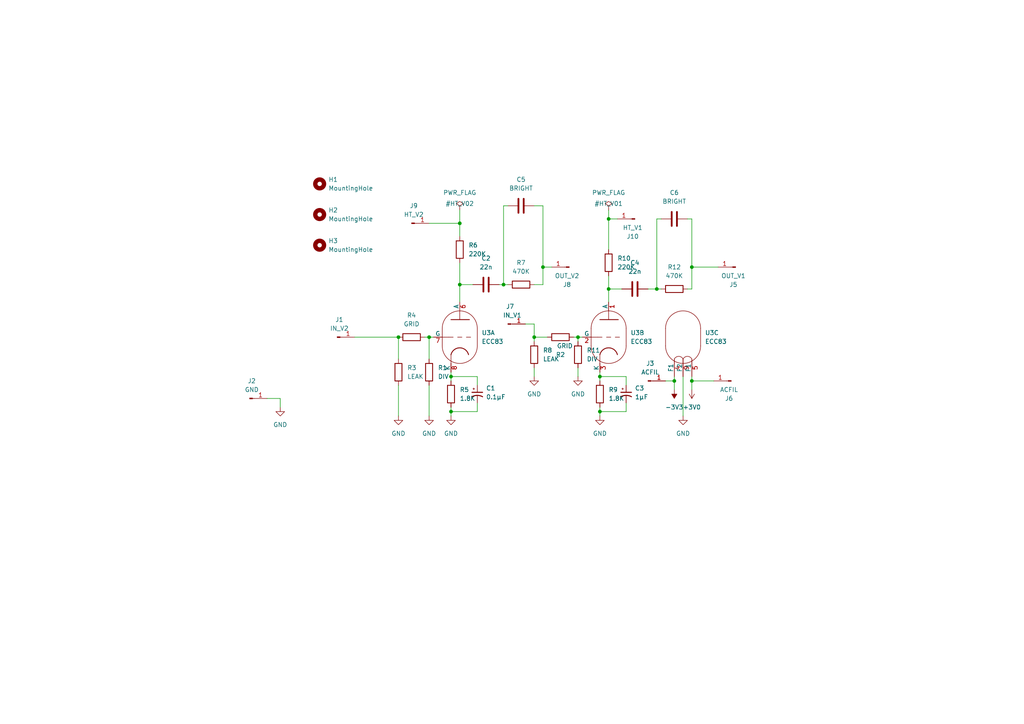
<source format=kicad_sch>
(kicad_sch (version 20211123) (generator eeschema)
  (paper "A4")
  (lib_symbols
    (symbol "Connector:Conn_01x01_Male" (pin_names (offset 1.016) hide)
      (property "Reference" "J" (at 0 2.54 0))
      (property "Value" "Conn_01x01_Male" (at 0 -2.54 0))
      (symbol "Conn_01x01_Male_1_1"
        (polyline (pts (xy 1.27 0) (xy 0.8636 0)) (stroke (width 0.1524)))
        (rectangle (start 0.8636 0.127) (end 0 -0.127) (stroke (width 0.1524)) (fill (type outline)))
        (pin passive line (at 5.08 0 180) (length 3.81) (name "Pin_1") (number "1"))
      )
    )
    (symbol "Device:C" (pin_numbers hide) (pin_names (offset 0.254))
      (property "Reference" "C" (at 0.635 2.54 0))
      (property "Value" "C" (at 0.635 -2.54 0))
      (symbol "C_0_1"
        (polyline (pts (xy -2.032 -0.762) (xy 2.032 -0.762)) (stroke (width 0.508)))
        (polyline (pts (xy -2.032 0.762) (xy 2.032 0.762)) (stroke (width 0.508)))
      )
      (symbol "C_1_1"
        (pin passive line (at 0 3.81 270) (length 2.794) (name "~") (number "1"))
        (pin passive line (at 0 -3.81 90) (length 2.794) (name "~") (number "2"))
      )
    )
    (symbol "Device:C_Polarized_Small_US" (pin_numbers hide) (pin_names (offset 0.254) hide)
      (property "Reference" "C" (at 0.254 1.778 0))
      (property "Value" "C_Polarized_Small_US" (at 0.254 -2.032 0))
      (symbol "C_Polarized_Small_US_0_1"
        (polyline (pts (xy -1.524 0.508) (xy 1.524 0.508)) (stroke (width 0.3048)))
        (polyline (pts (xy -1.27 1.524) (xy -0.762 1.524)))
        (polyline (pts (xy -1.016 1.27) (xy -1.016 1.778)))
        (arc (start 1.524 -0.762) (mid 0 -0.3734) (end -1.524 -0.762) (stroke (width 0.3048)))
      )
      (symbol "C_Polarized_Small_US_1_1"
        (pin passive line (at 0 2.54 270) (length 2.032) (name "~") (number "1"))
        (pin passive line (at 0 -2.54 90) (length 2.032) (name "~") (number "2"))
      )
    )
    (symbol "Device:R" (pin_numbers hide) (pin_names (offset 0))
      (property "Reference" "R" (at 2.032 0 90))
      (property "Value" "R" (at 0 0 90))
      (symbol "R_0_1"
        (rectangle (start -1.016 -2.54) (end 1.016 2.54) (stroke (width 0.254)))
      )
      (symbol "R_1_1"
        (pin passive line (at 0 3.81 270) (length 1.27) (name "~") (number "1"))
        (pin passive line (at 0 -3.81 90) (length 1.27) (name "~") (number "2"))
      )
    )
    (symbol "Mechanical:MountingHole" (pin_names (offset 1.016))
      (property "Reference" "H" (at 0 5.08 0))
      (property "Value" "MountingHole" (at 0 3.175 0))
      (symbol "MountingHole_0_1"
        (circle (center 0 0) (radius 1.27) (stroke (width 1.27)))
      )
    )
    (symbol "Valve:ECC83" (pin_names (offset 0))
      (property "Reference" "U" (at 3.302 7.874 0))
      (property "Value" "ECC83" (at 8.89 -7.62 0))
      (symbol "ECC83_0_1"
        (arc (start -5.08 -2.54) (mid 0 -7.62) (end 5.08 -2.54))
        (polyline (pts (xy 5.08 2.54) (xy 5.08 -2.54)))
        (polyline (pts (xy -5.08 2.54) (xy -5.08 -2.54) (xy -5.08 -2.54)))
        (arc (start 5.08 2.54) (mid 0 7.62) (end -5.08 2.54))
      )
      (symbol "ECC83_1_0"
        (polyline (pts (xy -2.54 -5.08) (xy -2.54 -7.62)))
        (polyline (pts (xy 0 5.08) (xy 0 7.62)))
      )
      (symbol "ECC83_1_1"
        (polyline (pts (xy -5.08 0) (xy -3.175 0)))
        (polyline (pts (xy -1.905 0) (xy -3.175 0)) (stroke (width 0.1524)))
        (polyline (pts (xy -0.635 0) (xy 0.635 0)) (stroke (width 0.1524)))
        (polyline (pts (xy 1.905 0) (xy 3.175 0)) (stroke (width 0.1524)))
        (polyline (pts (xy -2.54 5.08) (xy 2.794 5.08) (xy 2.794 5.08)) (stroke (width 0.254)))
        (arc (start 2.54 -5.08) (mid 0 -3.0968) (end -2.54 -5.08) (stroke (width 0.254)))
        (pin output line (at 0 10.16 270) (length 2.54) (name "A") (number "6"))
        (pin input line (at -7.62 0 0) (length 2.54) (name "G") (number "7"))
        (pin bidirectional line (at -2.54 -10.16 90) (length 2.54) (name "K") (number "8"))
      )
      (symbol "ECC83_2_0"
        (polyline (pts (xy -2.54 -5.08) (xy -2.54 -7.62)))
        (polyline (pts (xy 0 5.08) (xy 0 7.62)))
      )
      (symbol "ECC83_2_1"
        (polyline (pts (xy -5.08 0) (xy -3.175 0)))
        (polyline (pts (xy -1.905 0) (xy -3.175 0)) (stroke (width 0.1524)))
        (polyline (pts (xy -0.635 0) (xy 0.635 0)) (stroke (width 0.1524)))
        (polyline (pts (xy 1.905 0) (xy 3.175 0)) (stroke (width 0.1524)))
        (polyline (pts (xy -2.54 5.08) (xy 2.794 5.08) (xy 2.794 5.08)) (stroke (width 0.254)))
        (arc (start 2.54 -5.08) (mid 0 -3.0968) (end -2.54 -5.08) (stroke (width 0.254)))
        (pin output line (at 0 10.16 270) (length 2.54) (name "A") (number "1"))
        (pin input line (at -7.62 0 0) (length 2.54) (name "G") (number "2"))
        (pin bidirectional line (at -2.54 -10.16 90) (length 2.54) (name "K") (number "3"))
      )
      (symbol "ECC83_3_1"
        (arc (start 0 -6.35) (mid -1.27 -5.5651) (end -2.54 -6.35))
        (arc (start 2.54 -6.35) (mid 1.27 -5.5651) (end 0 -6.35))
        (pin power_in line (at -2.54 -11.43 90) (length 5.08) (name "F1") (number "4"))
        (pin power_in line (at 2.54 -11.43 90) (length 5.08) (name "F1") (number "5"))
        (pin power_in line (at 0 -11.43 90) (length 5.08) (name "F2") (number "9"))
      )
    )
    (symbol "power:+3V0" (power) (pin_names (offset 0))
      (property "Value" "+3V0" (at 0 3.556 0))
      (symbol "+3V0_0_1"
        (polyline (pts (xy -0.762 1.27) (xy 0 2.54)))
        (polyline (pts (xy 0 0) (xy 0 2.54)))
        (polyline (pts (xy 0 2.54) (xy 0.762 1.27)))
      )
      (symbol "+3V0_1_1"
        (pin power_in line (at 0 0 90) (length 0) hide (name "+3V0") (number "1"))
      )
    )
    (symbol "power:-3V3" (power) (pin_names (offset 0))
      (property "Value" "-3V3" (at 0 3.81 0))
      (symbol "-3V3_0_0"
        (pin power_in line (at 0 0 90) (length 0) hide (name "-3V3") (number "1"))
      )
      (symbol "-3V3_0_1"
        (polyline (pts (xy 0 0) (xy 0 1.27) (xy 0.762 1.27) (xy 0 2.54) (xy -0.762 1.27) (xy 0 1.27)) (fill (type outline)))
      )
    )
    (symbol "power:GND" (power) (pin_names (offset 0))
      (property "Value" "GND" (at 0 -3.81 0))
      (symbol "GND_0_1"
        (polyline (pts (xy 0 0) (xy 0 -1.27) (xy 1.27 -1.27) (xy 0 -2.54) (xy -1.27 -1.27) (xy 0 -1.27)))
      )
      (symbol "GND_1_1"
        (pin power_in line (at 0 0 270) (length 0) hide (name "GND") (number "1"))
      )
    )
    (symbol "power:PWR_FLAG" (power) (pin_numbers hide) (pin_names (offset 0) hide)
      (property "Value" "PWR_FLAG" (at 0 3.81 0))
      (symbol "PWR_FLAG_0_0"
        (pin power_out line (at 0 0 90) (length 0) (name "pwr") (number "1"))
      )
      (symbol "PWR_FLAG_0_1"
        (polyline (pts (xy 0 0) (xy 0 1.27) (xy -1.016 1.905) (xy 0 2.54) (xy 1.016 1.905) (xy 0 1.27)))
      )
    )
  )
  (junction (at 176.53 63.5))
  (junction (at 200.66 110.49))
  (junction (at 157.48 77.47))
  (junction (at 130.81 109.22))
  (junction (at 133.35 82.55))
  (junction (at 190.5 83.82))
  (junction (at 133.35 64.77))
  (junction (at 200.66 77.47))
  (junction (at 173.99 109.22))
  (junction (at 176.53 83.82))
  (junction (at 195.58 110.49))
  (junction (at 173.99 119.38))
  (junction (at 154.94 97.79))
  (junction (at 167.64 97.79))
  (junction (at 115.57 97.79))
  (junction (at 130.81 119.38))
  (junction (at 124.46 97.79))
  (junction (at 146.05 82.55))
  (wire (pts (xy 190.5 63.5) (xy 190.5 83.82)))
  (wire (pts (xy 130.81 118.11) (xy 130.81 119.38)))
  (wire (pts (xy 144.78 82.55) (xy 146.05 82.55)))
  (wire (pts (xy 200.66 77.47) (xy 208.28 77.47)))
  (wire (pts (xy 200.66 110.49) (xy 207.01 110.49)))
  (wire (pts (xy 124.46 97.79) (xy 125.73 97.79)))
  (wire (pts (xy 176.53 63.5) (xy 176.53 72.39)))
  (wire (pts (xy 154.94 106.68) (xy 154.94 109.22)))
  (wire (pts (xy 123.19 97.79) (xy 124.46 97.79)))
  (wire (pts (xy 124.46 111.76) (xy 124.46 120.65)))
  (wire (pts (xy 181.61 111.76) (xy 181.61 109.22)))
  (wire (pts (xy 77.47 115.57) (xy 81.28 115.57)))
  (wire (pts (xy 200.66 77.47) (xy 200.66 83.82)))
  (wire (pts (xy 124.46 64.77) (xy 133.35 64.77)))
  (wire (pts (xy 157.48 59.69) (xy 157.48 77.47)))
  (wire (pts (xy 166.37 97.79) (xy 167.64 97.79)))
  (wire (pts (xy 195.58 109.22) (xy 195.58 110.49)))
  (wire (pts (xy 115.57 111.76) (xy 115.57 120.65)))
  (wire (pts (xy 198.12 109.22) (xy 198.12 120.65)))
  (wire (pts (xy 154.94 93.98) (xy 154.94 97.79)))
  (wire (pts (xy 181.61 116.84) (xy 181.61 119.38)))
  (wire (pts (xy 173.99 119.38) (xy 173.99 120.65)))
  (wire (pts (xy 193.04 110.49) (xy 195.58 110.49)))
  (wire (pts (xy 130.81 107.95) (xy 130.81 109.22)))
  (wire (pts (xy 167.64 97.79) (xy 168.91 97.79)))
  (wire (pts (xy 130.81 119.38) (xy 130.81 120.65)))
  (wire (pts (xy 191.77 63.5) (xy 190.5 63.5)))
  (wire (pts (xy 176.53 60.96) (xy 176.53 63.5)))
  (wire (pts (xy 200.66 63.5) (xy 200.66 77.47)))
  (wire (pts (xy 138.43 111.76) (xy 138.43 109.22)))
  (wire (pts (xy 157.48 82.55) (xy 154.94 82.55)))
  (wire (pts (xy 130.81 109.22) (xy 138.43 109.22)))
  (wire (pts (xy 154.94 97.79) (xy 154.94 99.06)))
  (wire (pts (xy 138.43 119.38) (xy 130.81 119.38)))
  (wire (pts (xy 146.05 59.69) (xy 146.05 82.55)))
  (wire (pts (xy 130.81 109.22) (xy 130.81 110.49)))
  (wire (pts (xy 173.99 109.22) (xy 173.99 110.49)))
  (wire (pts (xy 176.53 83.82) (xy 176.53 87.63)))
  (wire (pts (xy 199.39 63.5) (xy 200.66 63.5)))
  (wire (pts (xy 133.35 60.96) (xy 133.35 64.77)))
  (wire (pts (xy 133.35 82.55) (xy 133.35 87.63)))
  (wire (pts (xy 167.64 97.79) (xy 167.64 99.06)))
  (wire (pts (xy 115.57 97.79) (xy 115.57 104.14)))
  (wire (pts (xy 154.94 59.69) (xy 157.48 59.69)))
  (wire (pts (xy 181.61 119.38) (xy 173.99 119.38)))
  (wire (pts (xy 176.53 63.5) (xy 179.07 63.5)))
  (wire (pts (xy 190.5 83.82) (xy 191.77 83.82)))
  (wire (pts (xy 147.32 59.69) (xy 146.05 59.69)))
  (wire (pts (xy 146.05 82.55) (xy 147.32 82.55)))
  (wire (pts (xy 173.99 118.11) (xy 173.99 119.38)))
  (wire (pts (xy 173.99 109.22) (xy 181.61 109.22)))
  (wire (pts (xy 173.99 107.95) (xy 173.99 109.22)))
  (wire (pts (xy 157.48 77.47) (xy 157.48 82.55)))
  (wire (pts (xy 102.87 97.79) (xy 115.57 97.79)))
  (wire (pts (xy 200.66 109.22) (xy 200.66 110.49)))
  (wire (pts (xy 133.35 64.77) (xy 133.35 68.58)))
  (wire (pts (xy 176.53 80.01) (xy 176.53 83.82)))
  (wire (pts (xy 154.94 97.79) (xy 158.75 97.79)))
  (wire (pts (xy 81.28 115.57) (xy 81.28 118.11)))
  (wire (pts (xy 133.35 82.55) (xy 137.16 82.55)))
  (wire (pts (xy 187.96 83.82) (xy 190.5 83.82)))
  (wire (pts (xy 176.53 83.82) (xy 180.34 83.82)))
  (wire (pts (xy 199.39 83.82) (xy 200.66 83.82)))
  (wire (pts (xy 138.43 116.84) (xy 138.43 119.38)))
  (wire (pts (xy 152.4 93.98) (xy 154.94 93.98)))
  (wire (pts (xy 133.35 76.2) (xy 133.35 82.55)))
  (wire (pts (xy 195.58 110.49) (xy 195.58 113.03)))
  (wire (pts (xy 200.66 110.49) (xy 200.66 113.03)))
  (wire (pts (xy 157.48 77.47) (xy 160.02 77.47)))
  (wire (pts (xy 124.46 97.79) (xy 124.46 104.14)))
  (wire (pts (xy 167.64 106.68) (xy 167.64 109.22)))
  (symbol (lib_id "Connector:Conn_01x01_Male") (at 184.15 63.5 180) (unit 1)
    (property "Reference" "J10" (at 183.515 68.58 0))
    (property "Value" "HT_V1" (at 183.515 66.04 0))
    (property "Footprint" "Connector_Wire:SolderWire-0.75sqmm_1x01_D1.25mm_OD3.5mm" (effects hide))
  )
  (symbol (lib_id "Device:C") (at 195.58 63.5 90) (unit 1)
    (property "Reference" "C6" (at 195.58 55.88 90))
    (property "Value" "BRIGHT" (at 195.58 58.42 90))
    (property "Footprint" "Capacitor_THT:C_Rect_L9.0mm_W4.2mm_P7.50mm_MKT" (effects hide))
  )
  (symbol (lib_id "power:GND") (at 167.64 109.22 0) (unit 1)
    (property "Reference" "#PWR0101" (effects hide))
    (property "Value" "GND" (at 167.64 114.3 0))
  )
  (symbol (lib_id "Device:R") (at 115.57 107.95 0) (unit 1)
    (property "Reference" "R3" (at 118.11 106.6799 0) (effects (justify left)))
    (property "Value" "LEAK" (at 118.11 109.2199 0) (effects (justify left)))
    (property "Footprint" "Resistor_THT:R_Axial_DIN0309_L9.0mm_D3.2mm_P15.24mm_Horizontal" (effects hide))
  )
  (symbol (lib_id "power:GND") (at 154.94 109.22 0) (unit 1)
    (property "Reference" "#PWR0111" (effects hide))
    (property "Value" "GND" (at 154.94 114.3 0))
  )
  (symbol (lib_id "Connector:Conn_01x01_Male") (at 187.96 110.49 0) (unit 1)
    (property "Reference" "J3" (at 188.595 105.41 0))
    (property "Value" "ACFIL" (at 188.595 107.95 0))
    (property "Footprint" "Connector_Wire:SolderWire-0.75sqmm_1x01_D1.25mm_OD3.5mm" (effects hide))
  )
  (symbol (lib_id "Mechanical:MountingHole") (at 92.71 53.34 0) (unit 1)
    (property "Reference" "H1" (at 95.25 52.0699 0) (effects (justify left)))
    (property "Value" "MountingHole" (at 95.25 54.6099 0) (effects (justify left)))
    (property "Footprint" "MountingHole:MountingHole_3.2mm_M3" (effects hide))
  )
  (symbol (lib_id "power:GND") (at 115.57 120.65 0) (unit 1)
    (property "Reference" "#PWR0107" (effects hide))
    (property "Value" "GND" (at 115.57 125.73 0))
  )
  (symbol (lib_id "power:GND") (at 81.28 118.11 0) (unit 1)
    (property "Reference" "#PWR0102" (effects hide))
    (property "Value" "GND" (at 81.28 123.19 0))
  )
  (symbol (lib_id "Device:C") (at 140.97 82.55 90) (unit 1)
    (property "Reference" "C2" (at 140.97 74.93 90))
    (property "Value" "22n" (at 140.97 77.47 90))
    (property "Footprint" "Capacitor_THT:C_Rect_L11.0mm_W4.2mm_P10.00mm_MKT" (effects hide))
  )
  (symbol (lib_id "Connector:Conn_01x01_Male") (at 147.32 93.98 0) (unit 1)
    (property "Reference" "J7" (at 147.955 88.9 0))
    (property "Value" "IN_V1" (at 148.59 91.44 0))
    (property "Footprint" "Connector_Wire:SolderWire-0.75sqmm_1x01_D1.25mm_OD3.5mm" (effects hide))
  )
  (symbol (lib_id "Device:R") (at 133.35 72.39 0) (unit 1)
    (property "Reference" "R6" (at 135.89 71.1199 0) (effects (justify left)))
    (property "Value" "220K" (at 135.89 73.6599 0) (effects (justify left)))
    (property "Footprint" "Resistor_THT:R_Axial_DIN0309_L9.0mm_D3.2mm_P20.32mm_Horizontal" (effects hide))
  )
  (symbol (lib_id "Mechanical:MountingHole") (at 92.71 62.23 0) (unit 1)
    (property "Reference" "H2" (at 95.25 60.9599 0) (effects (justify left)))
    (property "Value" "MountingHole" (at 95.25 63.4999 0) (effects (justify left)))
    (property "Footprint" "MountingHole:MountingHole_3.2mm_M3" (effects hide))
  )
  (symbol (lib_id "power:GND") (at 173.99 120.65 0) (unit 1)
    (property "Reference" "#PWR0112" (effects hide))
    (property "Value" "GND" (at 173.99 125.73 0))
  )
  (symbol (lib_id "Mechanical:MountingHole") (at 92.71 71.12 0) (unit 1)
    (property "Reference" "H3" (at 95.25 69.8499 0) (effects (justify left)))
    (property "Value" "MountingHole" (at 95.25 72.3899 0) (effects (justify left)))
    (property "Footprint" "MountingHole:MountingHole_3.2mm_M3" (effects hide))
  )
  (symbol (lib_id "Valve:ECC83") (at 176.53 97.79 0) (unit 2)
    (property "Reference" "U3" (at 182.88 96.5199 0) (effects (justify left)))
    (property "Value" "ECC83" (at 182.88 99.0599 0) (effects (justify left)))
    (property "Footprint" "Valve:Valve_ECC-83-2" (effects hide))
    (property "Datasheet" "http://www.r-type.org/pdfs/ecc83.pdf" (effects hide))
  )
  (symbol (lib_id "Device:R") (at 151.13 82.55 90) (unit 1)
    (property "Reference" "R7" (at 151.13 76.2 90))
    (property "Value" "470K" (at 151.13 78.74 90))
    (property "Footprint" "Resistor_THT:R_Axial_DIN0309_L9.0mm_D3.2mm_P15.24mm_Horizontal" (effects hide))
  )
  (symbol (lib_id "Valve:ECC83") (at 133.35 97.79 0) (unit 1)
    (property "Reference" "U3" (at 139.7 96.5199 0) (effects (justify left)))
    (property "Value" "ECC83" (at 139.7 99.0599 0) (effects (justify left)))
    (property "Footprint" "Valve:Valve_ECC-83-2" (effects hide))
    (property "Datasheet" "http://www.r-type.org/pdfs/ecc83.pdf" (effects hide))
  )
  (symbol (lib_id "Device:R") (at 195.58 83.82 90) (unit 1)
    (property "Reference" "R12" (at 195.58 77.47 90))
    (property "Value" "470K" (at 195.58 80.01 90))
    (property "Footprint" "Resistor_THT:R_Axial_DIN0309_L9.0mm_D3.2mm_P15.24mm_Horizontal" (effects hide))
  )
  (symbol (lib_id "Connector:Conn_01x01_Male") (at 165.1 77.47 180) (unit 1)
    (property "Reference" "J8" (at 164.465 82.55 0))
    (property "Value" "OUT_V2" (at 164.465 80.01 0))
    (property "Footprint" "Connector_Wire:SolderWire-0.75sqmm_1x01_D1.25mm_OD3.5mm" (effects hide))
  )
  (symbol (lib_id "Connector:Conn_01x01_Male") (at 212.09 110.49 180) (unit 1)
    (property "Reference" "J6" (at 211.455 115.57 0))
    (property "Value" "ACFIL" (at 211.455 113.03 0))
    (property "Footprint" "Connector_Wire:SolderWire-0.75sqmm_1x01_D1.25mm_OD3.5mm" (effects hide))
  )
  (symbol (lib_id "Device:R") (at 130.81 114.3 0) (unit 1)
    (property "Reference" "R5" (at 133.35 113.0299 0) (effects (justify left)))
    (property "Value" "1.8K" (at 133.35 115.5699 0) (effects (justify left)))
    (property "Footprint" "Resistor_THT:R_Axial_DIN0309_L9.0mm_D3.2mm_P15.24mm_Horizontal" (effects hide))
  )
  (symbol (lib_id "Device:R") (at 124.46 107.95 180) (unit 1)
    (property "Reference" "R1" (at 127 106.6799 0) (effects (justify right)))
    (property "Value" "DIV" (at 127 109.2199 0) (effects (justify right)))
    (property "Footprint" "Resistor_THT:R_Axial_DIN0309_L9.0mm_D3.2mm_P15.24mm_Horizontal" (effects hide))
  )
  (symbol (lib_id "Device:R") (at 173.99 114.3 0) (unit 1)
    (property "Reference" "R9" (at 176.53 113.0299 0) (effects (justify left)))
    (property "Value" "1.8K" (at 176.53 115.5699 0) (effects (justify left)))
    (property "Footprint" "Resistor_THT:R_Axial_DIN0309_L9.0mm_D3.2mm_P15.24mm_Horizontal" (effects hide))
  )
  (symbol (lib_id "Connector:Conn_01x01_Male") (at 213.36 77.47 180) (unit 1)
    (property "Reference" "J5" (at 212.725 82.55 0))
    (property "Value" "OUT_V1" (at 212.725 80.01 0))
    (property "Footprint" "Connector_Wire:SolderWire-0.75sqmm_1x01_D1.25mm_OD3.5mm" (effects hide))
  )
  (symbol (lib_id "power:+3V0") (at 200.66 113.03 180) (unit 1)
    (property "Reference" "#PWR0110" (effects hide))
    (property "Value" "+3V0" (at 200.66 118.11 0))
  )
  (symbol (lib_id "Connector:Conn_01x01_Male") (at 119.38 64.77 0) (unit 1)
    (property "Reference" "J9" (at 120.015 59.69 0))
    (property "Value" "HT_V2" (at 120.015 62.23 0))
    (property "Footprint" "Connector_Wire:SolderWire-0.75sqmm_1x01_D1.25mm_OD3.5mm" (effects hide))
  )
  (symbol (lib_id "power:GND") (at 198.12 120.65 0) (unit 1)
    (property "Reference" "#PWR0109" (effects hide))
    (property "Value" "GND" (at 198.12 125.73 0))
  )
  (symbol (lib_id "Device:R") (at 154.94 102.87 180) (unit 1)
    (property "Reference" "R8" (at 157.48 101.5999 0) (effects (justify right)))
    (property "Value" "LEAK" (at 157.48 104.1399 0) (effects (justify right)))
    (property "Footprint" "Resistor_THT:R_Axial_DIN0309_L9.0mm_D3.2mm_P15.24mm_Horizontal" (effects hide))
  )
  (symbol (lib_id "Device:C") (at 151.13 59.69 90) (unit 1)
    (property "Reference" "C5" (at 151.13 52.07 90))
    (property "Value" "BRIGHT" (at 151.13 54.61 90))
    (property "Footprint" "Capacitor_THT:C_Rect_L9.0mm_W4.2mm_P7.50mm_MKT" (effects hide))
  )
  (symbol (lib_id "power:GND") (at 124.46 120.65 0) (unit 1)
    (property "Reference" "#PWR0103" (effects hide))
    (property "Value" "GND" (at 124.46 125.73 0))
  )
  (symbol (lib_id "power:-3V3") (at 195.58 113.03 180) (unit 1)
    (property "Reference" "#PWR0108" (effects hide))
    (property "Value" "-3V3" (at 195.58 118.11 0))
  )
  (symbol (lib_id "Connector:Conn_01x01_Male") (at 72.39 115.57 0) (unit 1)
    (property "Reference" "J2" (at 73.025 110.49 0))
    (property "Value" "GND" (at 73.025 113.03 0))
    (property "Footprint" "Connector_Wire:SolderWire-1.5sqmm_1x01_D1.7mm_OD3.9mm" (effects hide))
  )
  (symbol (lib_id "Device:C_Polarized_Small_US") (at 181.61 114.3 0) (unit 1)
    (property "Reference" "C3" (at 184.15 112.5981 0) (effects (justify left)))
    (property "Value" "1µF" (at 184.15 115.1381 0) (effects (justify left)))
    (property "Footprint" "Capacitor_THT:CP_Radial_D5.0mm_P2.50mm" (effects hide))
  )
  (symbol (lib_id "Device:R") (at 167.64 102.87 180) (unit 1)
    (property "Reference" "R11" (at 170.18 101.5999 0) (effects (justify right)))
    (property "Value" "DIV" (at 170.18 104.1399 0) (effects (justify right)))
    (property "Footprint" "Resistor_THT:R_Axial_DIN0309_L9.0mm_D3.2mm_P15.24mm_Horizontal" (effects hide))
  )
  (symbol (lib_id "power:PWR_FLAG") (at 133.35 60.96 0) (unit 1)
    (property "Reference" "#HT_V02" (at 133.35 59.055 0))
    (property "Value" "PWR_FLAG" (at 133.35 55.88 0))
    (property "Footprint" "Connector_Wire:SolderWire-0.75sqmm_1x01_D1.25mm_OD3.5mm" (effects hide))
  )
  (symbol (lib_id "Device:C_Polarized_Small_US") (at 138.43 114.3 0) (unit 1)
    (property "Reference" "C1" (at 140.97 112.5981 0) (effects (justify left)))
    (property "Value" "0.1µF" (at 140.97 115.1381 0) (effects (justify left)))
    (property "Footprint" "Capacitor_THT:CP_Radial_D5.0mm_P2.50mm" (effects hide))
  )
  (symbol (lib_id "Connector:Conn_01x01_Male") (at 97.79 97.79 0) (unit 1)
    (property "Reference" "J1" (at 98.425 92.71 0))
    (property "Value" "IN_V2" (at 98.425 95.25 0))
    (property "Footprint" "Connector_Wire:SolderWire-0.75sqmm_1x01_D1.25mm_OD3.5mm" (effects hide))
  )
  (symbol (lib_id "Device:R") (at 162.56 97.79 90) (unit 1)
    (property "Reference" "R2" (at 162.56 102.87 90))
    (property "Value" "GRID" (at 163.83 100.33 90))
    (property "Footprint" "Resistor_THT:R_Axial_DIN0309_L9.0mm_D3.2mm_P15.24mm_Horizontal" (effects hide))
  )
  (symbol (lib_id "power:PWR_FLAG") (at 176.53 60.96 0) (unit 1)
    (property "Reference" "#HT_V01" (at 176.53 59.055 0))
    (property "Value" "PWR_FLAG" (at 176.53 55.88 0))
    (property "Footprint" "Connector_Wire:SolderWire-0.75sqmm_1x01_D1.25mm_OD3.5mm" (effects hide))
  )
  (symbol (lib_id "Device:R") (at 176.53 76.2 0) (unit 1)
    (property "Reference" "R10" (at 179.07 74.9299 0) (effects (justify left)))
    (property "Value" "220K" (at 179.07 77.4699 0) (effects (justify left)))
    (property "Footprint" "Resistor_THT:R_Axial_DIN0309_L9.0mm_D3.2mm_P20.32mm_Horizontal" (effects hide))
  )
  (symbol (lib_id "power:GND") (at 130.81 120.65 0) (unit 1)
    (property "Reference" "#PWR0106" (effects hide))
    (property "Value" "GND" (at 130.81 125.73 0))
  )
  (symbol (lib_id "Device:C") (at 184.15 83.82 90) (unit 1)
    (property "Reference" "C4" (at 184.15 76.2 90))
    (property "Value" "22n" (at 184.15 78.74 90))
    (property "Footprint" "Capacitor_THT:C_Rect_L11.0mm_W4.2mm_P10.00mm_MKT" (effects hide))
  )
  (symbol (lib_id "Valve:ECC83") (at 198.12 97.79 0) (unit 3)
    (property "Reference" "U3" (at 204.47 96.5199 0) (effects (justify left)))
    (property "Value" "ECC83" (at 204.47 99.0599 0) (effects (justify left)))
    (property "Footprint" "Valve:Valve_ECC-83-2" (effects hide))
    (property "Datasheet" "http://www.r-type.org/pdfs/ecc83.pdf" (effects hide))
  )
  (symbol (lib_id "Device:R") (at 119.38 97.79 90) (unit 1)
    (property "Reference" "R4" (at 119.38 91.44 90))
    (property "Value" "GRID" (at 119.38 93.98 90))
    (property "Footprint" "Resistor_THT:R_Axial_DIN0309_L9.0mm_D3.2mm_P15.24mm_Horizontal" (effects hide))
  )
)
</source>
